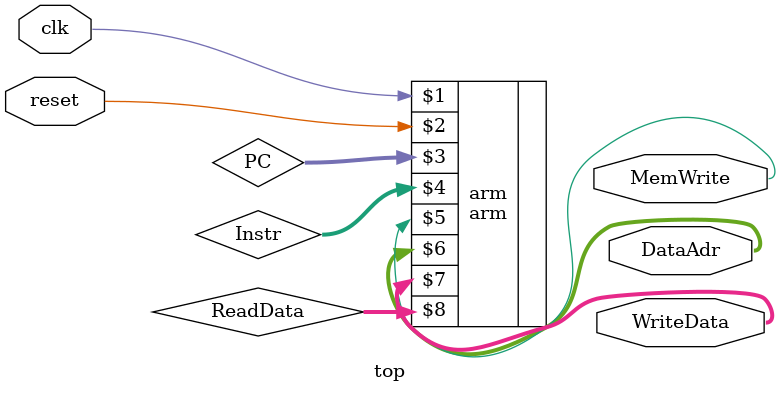
<source format=sv>
module top(input logic 			 clk, reset,
			  output logic [31:0] WriteData, DataAdr,
			  output logic 		 MemWrite);

	logic [31:0] PC, Instr, ReadData;
	
	arm arm(clk, reset, PC, Instr, MemWrite, DataAdr, WriteData, ReadData);
	//imem imem(PC, Instr);
	//dmem dmen(clk, MemWrite, DataAdr, WriteData, ReadData);


endmodule
</source>
